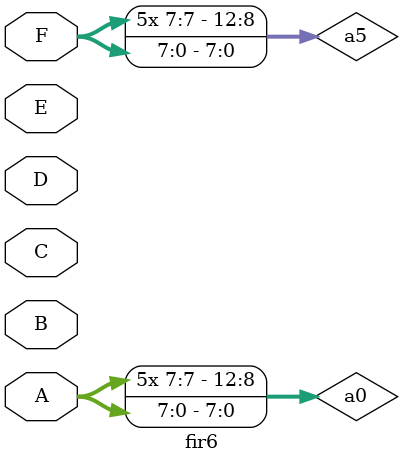
<source format=v>
module fir6( 
			input signed [7:0] A,B,C,D,E,F
			//----------------------------
			);
			
			
wire signed [12:0] a0,a1,a2,a3,a4,a5;
wire signed [12:0] P;
wire signed [7:0] avs;
wire signed [7:0] h264;

assign a0=A;
assign a1=B*4'd5;
assign a2=C*6'd20;
assign a3=D*6'd20;
assign a4=E*4'd5;
assign a5=F;
assign P=a0-a1+a2+a3-a4+a5;
assign avs=P*(-1);
assign h264=P;

//---------------多路选择---------------------

endmodule

</source>
